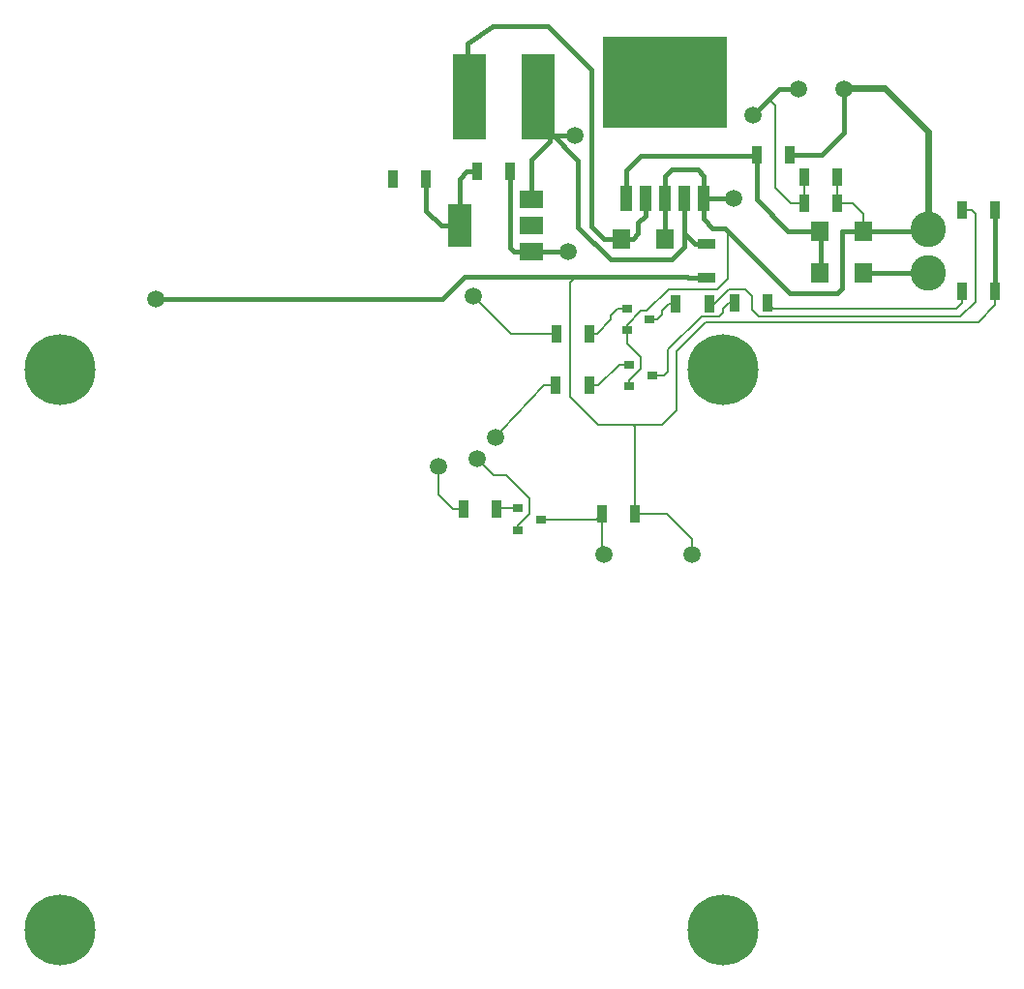
<source format=gtl>
G04 project-name*
%FSLAX35Y35*%
%MOMM*%
G04 undefined.(undefined)*
%LPD*%
%ADD10C,1.5*%
D10*
X3687946Y15556985D02*
D03*

%ADD11C,0.2*%
%LPD*%
D11*
X3909875Y15181060D02*
G01*
X3909875Y15181060D01*

%LPD*%
D11*
X3687946Y15556985D02*
G01*
X3687946Y15311074D01*
X3817959Y15181060D01*
X3909875Y15181060D01*

%LPD*%
D11*
X5411381Y15141977D02*
G01*
X5411381Y15896591D01*
X5388613Y15919358D01*

%LPD*%
D11*
X5411381Y15141977D02*
G01*
X5686342Y15141977D01*
X5906988Y14921331D01*
X5906988Y14780092D01*

%LPD*%
D11*
X5121381Y15141977D02*
G01*
X5121381Y14795699D01*
X5136988Y14780092D01*

%LPD*%
D11*
X4584207Y15091405D02*
G01*
X5070809Y15091405D01*
X5121381Y15141977D01*

%LPD*%
D11*
X4384206Y15186405D02*
G01*
X4228093Y15186405D01*
G04 undefined.(undefined)*
%LPD*%
D10*
X4030561Y15617759D02*
D03*


%LPD*%
D11*
X4384206Y14996405D02*
G01*
X4384206Y15034035D01*
X4487952Y15137781D01*
X4487952Y15270481D01*
X4279021Y15479413D01*
X4168908Y15479413D01*
X4030561Y15617759D01*

%LPD*%
D11*
X5767216Y16976441D02*
G01*
X5701699Y16976441D01*
X5643996Y16918738D01*
X5643996Y16880014D01*
X5604679Y16840697D01*
X5537518Y16840697D01*

%LPD*%
D11*
X6282127Y16982967D02*
G01*
X6231525Y16982967D01*
X6179936Y16931378D01*
X6179936Y16899455D01*
X6145609Y16865128D01*
X5990884Y16865128D01*
X5700406Y16574650D01*
X5700406Y16386162D01*
X5664418Y16350173D01*
X5558400Y16350173D01*

%LPD*%
D11*
X8267645Y17793353D02*
G01*
X8355161Y17793353D01*
X8387415Y17761100D01*
X8387415Y16992473D01*
X8257260Y16862318D01*
X6491156Y16862318D01*
X6431571Y16921902D01*
X6431571Y17044131D01*
X6371180Y17104523D01*
X6226904Y17104523D01*
X6098823Y16976441D01*
X6057216Y16976441D01*

%LPD*%
D11*
X8267645Y17082353D02*
G01*
X8267645Y16982899D01*
X8221626Y16936879D01*
X6618215Y16936879D01*
X6572127Y16982967D01*

%LPD*%
D11*
X7177374Y17859514D02*
G01*
X7310641Y17859514D01*
X7405599Y17764557D01*
X7405599Y17614600D01*

%LPD*%
D11*
X7176162Y18085653D02*
G01*
X7176162Y17888814D01*

%LPD*%
D11*
X6887374Y17859514D02*
G01*
X6773475Y17859514D01*
X6637454Y17995535D01*
X6637454Y18707402D01*
X6573876Y18770979D01*

%LPD*%
D11*
X6886162Y18085653D02*
G01*
X6886162Y17885716D01*
%ADD12C,0.4*%
%LPD*%
D12*
X6764172Y18279091D02*
G01*
X7046486Y18279091D01*
X7239362Y18471968D01*
X7239362Y18854316D01*

%LPD*%
D12*
X6474172Y18279091D02*
G01*
X6474172Y17888852D01*
X6748423Y17614600D01*
X7029599Y17614600D01*

%LPD*%
D12*
X5329830Y17899008D02*
G01*
X5329830Y18141019D01*
X5462456Y18273644D01*
X6474172Y18273644D01*

%LPD*%
D12*
X5291559Y17544523D02*
G01*
X5389198Y17544523D01*
X5436913Y17592238D01*
X5436913Y17684076D01*
X5500031Y17747193D01*
X5500031Y17899008D01*

%LPD*%
D12*
X6038641Y17497011D02*
G01*
X5934862Y17497011D01*
X5840431Y17591442D01*
X5840431Y17899008D01*

%LPD*%
D12*
X5840431Y17899008D02*
G01*
X5840431Y17474292D01*
X5732520Y17366382D01*
X5192852Y17366382D01*
X4912590Y17646644D01*
X4912590Y18231233D01*
X4663301Y18480522D01*
X4663301Y18439906D01*
%ADD13C,0.6*%
%LPD*%
D13*
X7972423Y17634431D02*
G01*
X7972423Y18480698D01*
X7592521Y18860600D01*
X7250691Y18860600D01*

%LPD*%
D12*
X8557645Y17082353D02*
G01*
X8557645Y17786906D01*

%LPD*%
D12*
X8557645Y17793353D02*
G01*
X8557645Y17793353D01*

%LPD*%
D11*
X5008100Y16262853D02*
G01*
X5088411Y16262853D01*
X5270732Y16445174D01*
X5358400Y16445174D01*

%LPD*%
D11*
X8557645Y17082353D02*
G01*
X8557645Y16963911D01*
X8411653Y16817918D01*
X6029389Y16817918D01*
X5776006Y16564535D01*
X5776006Y16046992D01*
X5646171Y15917158D01*
X5085126Y15917158D01*
X4841992Y16160291D01*
X4841992Y17162144D01*
X4903405Y17223557D01*
X5136458Y17223557D01*

%LPD*%
D11*
X5012063Y16715504D02*
G01*
X5075599Y16715504D01*
X5200599Y16840505D01*
X5200599Y16876845D01*
X5259451Y16935697D01*
X5337518Y16935697D01*

%LPD*%
D11*
X5337518Y16745697D02*
G01*
X5337518Y16792588D01*
X5458794Y16913864D01*
X5510557Y16913864D01*
X5702671Y17105977D01*
X6129298Y17105977D01*
X6220737Y17197416D01*
X6220737Y17616101D01*
X6196075Y17640762D01*
X6083796Y17640762D01*
X6010630Y17713928D01*
X6010630Y17899008D01*

%LPD*%
D11*
X5337518Y16745697D02*
G01*
X5337518Y16632614D01*
X5459797Y16510334D01*
X5459797Y16405236D01*
X5358400Y16303838D01*
X5358400Y16255174D01*
G04 undefined.(undefined)*
%LPD*%
D10*
X3996034Y17045917D02*
D03*


%LPD*%
D11*
X4722063Y16715504D02*
G01*
X4326446Y16715504D01*
X3996034Y17045917D01*
G04 undefined.(undefined)*
%LPD*%
D10*
X4186715Y15807812D02*
D03*


%LPD*%
D11*
X4718100Y16262853D02*
G01*
X4615353Y16262853D01*
X4243291Y15864388D01*
X4186715Y15807812D01*

%LPD*%
D12*
X4503536Y17890947D02*
G01*
X4503536Y18239986D01*
X4663301Y18399752D01*
X4663301Y18789891D01*

%LPD*%
D12*
X4503536Y17430947D02*
G01*
X4350003Y17430947D01*
X4314768Y17466181D01*
X4314768Y18131399D01*
G04 undefined.(undefined)*
%LPD*%
D10*
X6440756Y18623119D02*
D03*

G04 undefined.(undefined)*
%LPD*%
D10*
X4885056Y18450042D02*
D03*


%LPD*%
D12*
X6828657Y18854316D02*
G01*
X6724303Y18854316D01*
X6725064Y18855077D01*
X6672714Y18855077D01*
X6440756Y18623119D01*

%LPD*%
D12*
X4885056Y18450042D02*
G01*
X4689873Y18450042D01*
X4663301Y18476614D01*
X4663301Y18774785D01*

%LPD*%
D12*
X5669035Y17544523D02*
G01*
X5669035Y17823275D01*

%LPD*%
D12*
X3949654Y18910785D02*
G01*
X3945957Y19249659D01*
X4161965Y19409521D01*
X4642942Y19409521D01*
X5028558Y19023904D01*
X5028558Y17649485D01*
X5133520Y17544523D01*
X5286196Y17544523D01*

%LPD*%
D12*
X3873535Y17660947D02*
G01*
X3711506Y17660947D01*
X3580317Y17792135D01*
X3580317Y18068024D01*

%LPD*%
D12*
X3873535Y17660947D02*
G01*
X3873535Y18067639D01*
X3937296Y18131399D01*
X4024768Y18131399D01*
G04 undefined.(undefined)*
%LPD*%
D10*
X1219678Y17021682D02*
D03*


%LPD*%
D12*
X1219678Y17021682D02*
G01*
X3723162Y17021682D01*
X3914461Y17212980D01*
X5867790Y17212980D01*
X5873759Y17207011D01*
X6038641Y17207011D01*
G04 undefined.(undefined)*
%LPD*%
D10*
X6275902Y17902415D02*
D03*


%LPD*%
D12*
X6275902Y17902415D02*
G01*
X6032436Y17902415D01*

%LPD*%
D12*
X7379268Y17613800D02*
G01*
X7217187Y17610971D01*
X7217187Y17113134D01*
X7175955Y17071902D01*
X6763250Y17071902D01*
X6197103Y17638049D01*
X6089359Y17638049D01*
X6010630Y17716777D01*
X6010630Y17899008D01*

%LPD*%
D12*
X5670230Y17899008D02*
G01*
X5670230Y18093798D01*
X5728493Y18152061D01*
X5955384Y18152061D01*
X6010630Y18096815D01*
X6010630Y17899008D01*

%LPD*%
D12*
X7352599Y17614600D02*
G01*
X7966984Y17614600D01*

%LPD*%
D12*
X7407300Y17246958D02*
G01*
X7975187Y17246958D01*

%LPD*%
D12*
X7034290Y17221148D02*
G01*
X7034290Y17642461D01*
G04 undefined.(undefined)*
%LPD*%
D10*
X4828637Y17428871D02*
D03*


%LPD*%
D12*
X4828637Y17428871D02*
G01*
X4525345Y17428871D01*
G04 beep.b.c(1)*
%LPD*%
D10*
X5136988Y14780092D02*
D03*

G04 beep.b.a(2)*
%LPD*%
D10*
X5906988Y14780092D02*
D03*

G04 _1.M3(1)*
%LPD*%
%ADD14C,6.2*%
D14*
X377955Y16397353D02*
D03*

G04 _2.M3(1)*
%LPD*%
D14*
X6177955Y16397353D02*
D03*

G04 _3.M3(1)*
%LPD*%
D14*
X377955Y11497353D02*
D03*

G04 _4.M3(1)*
%LPD*%
D14*
X6177955Y11497353D02*
D03*

G04 P.C1.gnd(6)*
%LPD*%
%ADD15R,10.8X8*%
D15*
X5670230Y18916008D02*
D03*

G04 P.C1.onoff(5)*
%LPD*%
%ADD16R,1.07X2.16*%
D16*
X6010630Y17899008D02*
D03*

G04 P.C1.fb(4)*
%LPD*%
D16*
X5840431Y17899008D02*
D03*

G04 P.C1.gnd(3)*
%LPD*%
D16*
X5670230Y17899008D02*
D03*

G04 P.C1.out(2)*
%LPD*%
D16*
X5500031Y17899008D02*
D03*

G04 P.C1.vin(1)*
%LPD*%
D16*
X5329830Y17899008D02*
D03*

G04 P.C10.c(1)*
%LPD*%
D10*
X7239362Y18854316D02*
D03*

G04 P.C10.a(2)*
%LPD*%
D10*
X6839362Y18854316D02*
D03*

G04 P.C10.c(1)*
%LPD*%
D10*
X7239362Y18854316D02*
D03*

G04 P.C10.a(2)*
%LPD*%
D10*
X6839362Y18854316D02*
D03*

G04 cn.GND(1)*
%LPD*%
%ADD17C,3.1*%
D17*
X7970945Y17623353D02*
D03*

G04 cn.VCC(2)*
%LPD*%
D17*
X7970945Y17242353D02*
D03*

G04 P.C2.vout(4)*
%LPD*%
%ADD18R,2.15X3.8*%
D18*
X3873535Y17660947D02*
D03*

G04 P.C2.vin(3)*
%LPD*%
%ADD19R,2X1.5*%
D19*
X4503536Y17890947D02*
D03*

G04 P.C2.vout(2)*
%LPD*%
D19*
X4503536Y17660947D02*
D03*

G04 P.C2.gnd(1)*
%LPD*%
D19*
X4503536Y17430947D02*
D03*

G04 P.L1.1(1)*
%LPD*%
%ADD20R,3X7.5*%
D20*
X3963301Y18789891D02*
D03*

G04 P.L1.2(2)*
%LPD*%
D20*
X4563302Y18789891D02*
D03*

G04 P.C3.C1.c(1)*
%LPD*%
%ADD21R,0.9X1.6*%
D21*
X7176162Y18085653D02*
D03*

G04 P.C3.C1.a(2)*
%LPD*%
D21*
X6886162Y18085653D02*
D03*

G04 P.C3.C2.c(1)*
%LPD*%
D21*
X7177374Y17859514D02*
D03*

G04 P.C3.C2.a(2)*
%LPD*%
D21*
X6887374Y17859514D02*
D03*

G04 P.R1.1(1)*
%LPD*%
%ADD22R,1.6X0.9*%
D22*
X6038641Y17497011D02*
D03*

G04 P.R1.2(2)*
%LPD*%
D22*
X6038641Y17207011D02*
D03*

G04 P.R2.1(1)*
%LPD*%
D21*
X3580317Y18068024D02*
D03*

G04 P.R2.2(2)*
%LPD*%
D21*
X3290317Y18068024D02*
D03*

G04 P.C13.c(1)*
%LPD*%
D21*
X6764172Y18279091D02*
D03*

G04 P.C13.a(2)*
%LPD*%
D21*
X6474172Y18279091D02*
D03*

G04 P.C11.c(1)*
%LPD*%
D21*
X4314768Y18131399D02*
D03*

G04 P.C11.a(2)*
%LPD*%
D21*
X4024768Y18131399D02*
D03*

G04 P.D14.c(1)*
%LPD*%
%ADD23R,1.52X1.68*%
D23*
X7029599Y17614600D02*
D03*

G04 P.D14.a(2)*
%LPD*%
D23*
X7405599Y17614600D02*
D03*

G04 P.D13.c(1)*
%LPD*%
D23*
X7029390Y17246958D02*
D03*

G04 P.D13.a(2)*
%LPD*%
D23*
X7405390Y17246958D02*
D03*

G04 P.D15.c(1)*
%LPD*%
D23*
X5291559Y17544523D02*
D03*

G04 P.D15.a(2)*
%LPD*%
D23*
X5667559Y17544523D02*
D03*

G04 led1.DR.Q1.c(3)*
%LPD*%
%ADD24R,0.9X0.7*%
D24*
X5558399Y16350173D02*
D03*

G04 led1.DR.Q1.e(2)*
%LPD*%
D24*
X5358399Y16255174D02*
D03*

G04 led1.DR.Q1.b(1)*
%LPD*%
D24*
X5358399Y16445174D02*
D03*

G04 led1.DR.R1.1(1)*
%LPD*%
D21*
X5008100Y16262853D02*
D03*

G04 led1.DR.R1.2(2)*
%LPD*%
D21*
X4718100Y16262853D02*
D03*

G04 led1.D1.c(1)*
%LPD*%
D21*
X8267645Y17082353D02*
D03*

G04 led1.D1.a(2)*
%LPD*%
D21*
X8557645Y17082353D02*
D03*

G04 led1.R1.1(1)*
%LPD*%
D21*
X6572127Y16982967D02*
D03*

G04 led1.R1.2(2)*
%LPD*%
D21*
X6282127Y16982967D02*
D03*

G04 led2.DR.Q1.c(3)*
%LPD*%
D24*
X5537517Y16840697D02*
D03*

G04 led2.DR.Q1.e(2)*
%LPD*%
D24*
X5337517Y16745697D02*
D03*

G04 led2.DR.Q1.b(1)*
%LPD*%
D24*
X5337517Y16935697D02*
D03*

G04 led2.DR.R1.1(1)*
%LPD*%
D21*
X5012063Y16715504D02*
D03*

G04 led2.DR.R1.2(2)*
%LPD*%
D21*
X4722063Y16715504D02*
D03*

G04 led2.D1.c(1)*
%LPD*%
D21*
X8267645Y17793353D02*
D03*

G04 led2.D1.a(2)*
%LPD*%
D21*
X8557645Y17793353D02*
D03*

G04 led2.R1.1(1)*
%LPD*%
D21*
X6057216Y16976441D02*
D03*

G04 led2.R1.2(2)*
%LPD*%
D21*
X5767216Y16976441D02*
D03*

G04 beep.D.Q1.c(3)*
%LPD*%
D24*
X4584206Y15091405D02*
D03*

G04 beep.D.Q1.e(2)*
%LPD*%
D24*
X4384206Y14996405D02*
D03*

G04 beep.D.Q1.b(1)*
%LPD*%
D24*
X4384206Y15186405D02*
D03*

G04 beep.D.R1.1(1)*
%LPD*%
D21*
X4199875Y15181060D02*
D03*

G04 beep.D.R1.2(2)*
%LPD*%
D21*
X3909875Y15181060D02*
D03*

G04 beep.R1.1(1)*
%LPD*%
D21*
X5411381Y15141977D02*
D03*

G04 beep.R1.2(2)*
%LPD*%
D21*
X5121381Y15141977D02*
D03*

M02*
</source>
